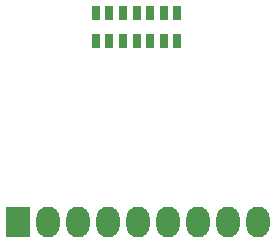
<source format=gbr>
%TF.GenerationSoftware,KiCad,Pcbnew,8.0.6*%
%TF.CreationDate,2024-12-02T01:00:14-05:00*%
%TF.ProjectId,Pixart pcb,50697861-7274-4207-9063-622e6b696361,rev?*%
%TF.SameCoordinates,Original*%
%TF.FileFunction,Soldermask,Bot*%
%TF.FilePolarity,Negative*%
%FSLAX46Y46*%
G04 Gerber Fmt 4.6, Leading zero omitted, Abs format (unit mm)*
G04 Created by KiCad (PCBNEW 8.0.6) date 2024-12-02 01:00:14*
%MOMM*%
%LPD*%
G01*
G04 APERTURE LIST*
%ADD10R,0.650000X1.300000*%
%ADD11R,2.000000X2.600000*%
%ADD12O,2.000000X2.600000*%
G04 APERTURE END LIST*
D10*
%TO.C,PAJ7025R3*%
X122475000Y-84900000D03*
X123625000Y-84900000D03*
X124775000Y-84900000D03*
X125925000Y-84900000D03*
X127075000Y-84900000D03*
X128225000Y-84900000D03*
X129375000Y-84900000D03*
X129375000Y-82500000D03*
X128225000Y-82500000D03*
X127075000Y-82500000D03*
X125925000Y-82500000D03*
X124775000Y-82500000D03*
X123625000Y-82500000D03*
X122475000Y-82500000D03*
%TD*%
D11*
%TO.C,J2*%
X115925000Y-100175000D03*
D12*
X118465000Y-100175000D03*
X121005000Y-100175000D03*
X123545000Y-100175000D03*
X126085000Y-100175000D03*
X128625000Y-100175000D03*
X131165000Y-100175000D03*
X133705000Y-100175000D03*
X136245000Y-100175000D03*
%TD*%
M02*

</source>
